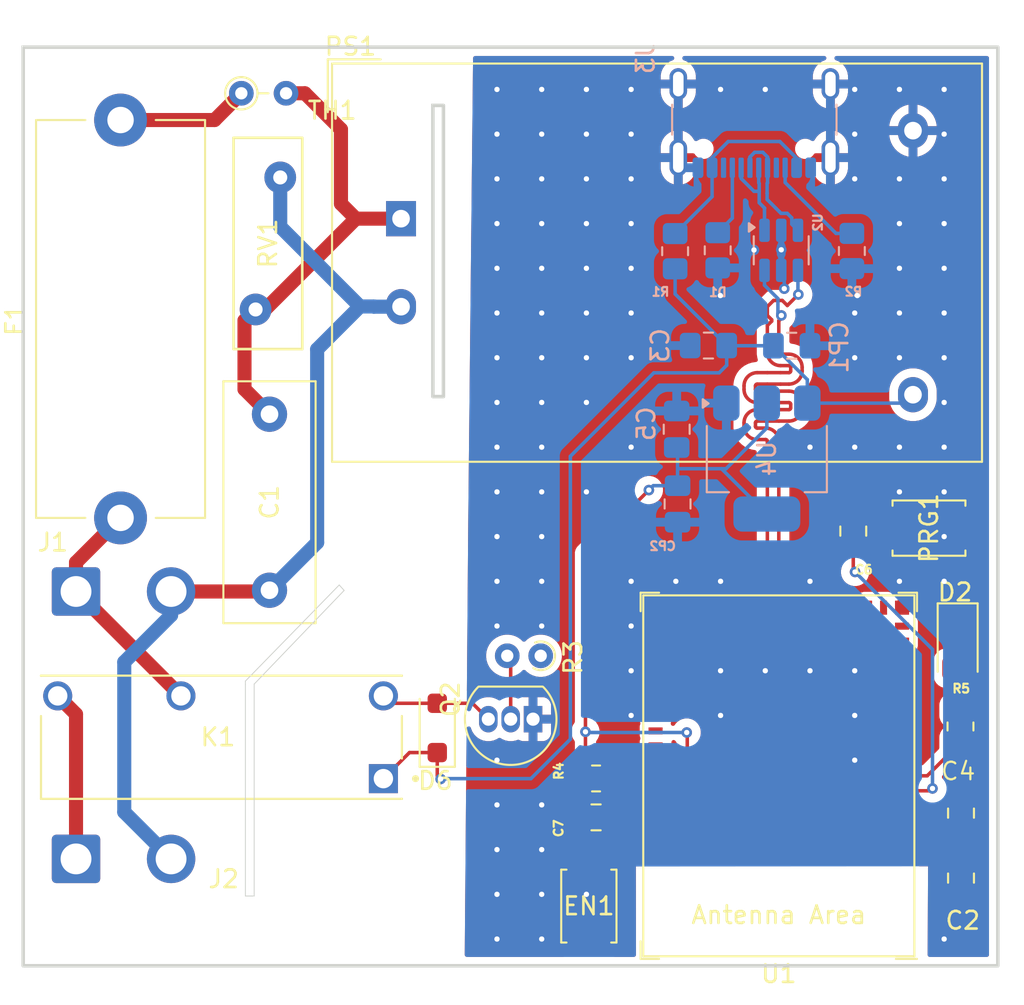
<source format=kicad_pcb>
(kicad_pcb (version 20241229) (generator "pcbnew") (generator_version "9.0")
  (layers (0 "F.Cu" signal) (2 "B.Cu" signal) (13 "F.Paste" user) (15 "B.Paste" user) (5 "F.SilkS" user "F.Silkscreen") (7 "B.SilkS" user "B.Silkscreen") (1 "F.Mask" user) (3 "B.Mask" user) (25 "Edge.Cuts" user))
  (net 0 "")
  (net 2 "GND")
  (net 3 "5V")
  (net 4 "3V3")
  (net 5 "Net-(F1-Pad2)")
  (net 7 "Net-(PS1-AC{slash}L)")
  (net 8 "Net-(D1-A)")
  (net 10 "Net-(J3-CC1)")
  (net 11 "Net-(J3-CC2)")
  (net 12 "/D-")
  (net 14 "/D+")
  (net 15 "/IO0")
  (net 23 "/EN")
  (net 31 "Net-(D2-A)")
  (net 47 "/IO1")
  (net 52 "/N")
  (net 53 "Net-(D6-A)")
  (net 54 "/P")
  (net 55 "L")
  (net 56 "Net-(Q2-B)")
  (net 57 "RL")
  (footprint "Fuse:Fuseholder_Cylinder-5x20mm_Stelvio-Kontek_PTF78_Horizontal_Open" (layer "F.Cu") (at 73.01 79.68 90)
    (property "Reference" "F1")
    (property "Value" "Fuse")
  )
  (footprint "Resistor_THT:R_Axial_DIN0204_L3.6mm_D1.6mm_P2.54mm_Vertical" (layer "F.Cu") (at 79.87 55.56)
    (property "Reference" "TH1")
    (property "Value" "Thermistor_NTC" (hide yes))
  )
  (footprint "Capacitor_SMD:C_0805_2012Metric" (layer "F.Cu") (at 100.02 96.69 180)
    (property "Reference" "C7")
    (property "Value" "C")
  )
  (footprint "Button_Switch_SMD:SW_Push_SPST_NO_Alps_SKRK" (layer "F.Cu") (at 118.93 80.26 180)
    (property "Reference" "PRG1")
    (property "Value" "SW_Push")
  )
  (footprint "Diode_SMD:D_SOD-123F" (layer "F.Cu") (at 91 91.61 90)
    (property "Reference" "D6")
    (property "Value" "1N4007")
  )
  (footprint "Resistor_THT:R_Axial_DIN0204_L3.6mm_D1.6mm_P1.90mm_Vertical" (layer "F.Cu") (at 96.875 87.5125 180)
    (property "Reference" "R3")
    (property "Value" "R")
  )
  (footprint "Connector_Wire:SolderWire-1sqmm_1x02_P5.4mm_D1.4mm_OD2.7mm" (layer "F.Cu") (at 70.48 99.05)
    (property "Reference" "J2")
    (property "Value" "Conn_01x02_Pin")
  )
  (footprint "Converter_ACDC:Converter_ACDC_Hi-Link_HLK-PMxx" (layer "F.Cu") (at 88.9425 62.6825)
    (property "Reference" "PS1")
    (property "Value" "HLK-PM01")
  )
  (footprint "Button_Switch_SMD:SW_Push_SPST_NO_Alps_SKRK" (layer "F.Cu") (at 99.61 101.73 90)
    (property "Reference" "EN1")
    (property "Value" "SW_Push")
  )
  (footprint "Capacitor_SMD:C_0805_2012Metric" (layer "F.Cu") (at 114.63 80.43 90)
    (property "Reference" "C6")
    (property "Value" "C")
  )
  (footprint "MountingHole:MountingHole_3.2mm_M3" (layer "F.Cu") (at 89.43 80.72)
    (property "Reference" "H1" (hide yes))
    (property "Value" "MountingHole")
  )
  (footprint "Capacitor_THT:C_Rect_L13.5mm_W5.0mm_P10.00mm_FKS3_FKP3_MKS4" (layer "F.Cu") (at 81.47 73.79 -90)
    (property "Reference" "C1")
    (property "Value" "C")
  )
  (footprint "mini-relay:RELAY_HF46F_005-HS1" (layer "F.Cu") (at 78.74 92.14 180)
    (property "Reference" "K1")
    (property "Value" "HF46F_005-HS1")
  )
  (footprint "Resistor_SMD:R_0805_2012Metric" (layer "F.Cu") (at 100.02 94.48 180)
    (property "Reference" "R4")
    (property "Value" "R")
  )
  (footprint "Varistor:RV_Disc_D12mm_W3.9mm_P7.5mm" (layer "F.Cu") (at 80.68 67.84 90)
    (property "Reference" "RV1")
    (property "Value" "Varistor")
  )
  (footprint "PCM_Espressif:ESP32-S3-MINI-1" (layer "F.Cu") (at 110.4 91.78 180)
    (property "Reference" "U1")
    (property "Value" "ESP32-S3-MINI-1")
  )
  (footprint "Capacitor_SMD:C_0805_2012Metric" (layer "F.Cu") (at 120.75 96.45 90)
    (property "Reference" "C4")
    (property "Value" "C")
  )
  (footprint "Resistor_SMD:R_0805_2012Metric" (layer "F.Cu") (at 120.72 91.5275 -90)
    (property "Reference" "R5")
    (property "Value" "R")
  )
  (footprint "Connector_Wire:SolderWire-1sqmm_1x02_P5.4mm_D1.4mm_OD2.7mm" (layer "F.Cu") (at 70.48 83.86)
    (property "Reference" "J1")
    (property "Value" "Conn_01x02_Pin")
  )
  (footprint "LED_SMD:LED_1206_3216Metric" (layer "F.Cu") (at 120.56 86.82 -90)
    (property "Reference" "D2")
    (property "Value" "LED")
  )
  (footprint "Capacitor_SMD:C_0805_2012Metric" (layer "F.Cu") (at 120.75 100.14 -90)
    (property "Reference" "C2")
    (property "Value" "C")
  )
  (footprint "Package_TO_SOT_THT:TO-92_Inline" (layer "F.Cu") (at 96.44 91.1125 180)
    (property "Reference" "Q2")
    (property "Value" "2N3904")
  )
  (footprint "Capacitor_SMD:C_0805_2012Metric_Pad1.18x1.45mm_HandSolder" (layer "B.Cu") (at 104.65 78.88625 -90)
    (property "Reference" "CP2")
    (property "Value" "10uf")
  )
  (footprint "Resistor_SMD:R_0805_2012Metric_Pad1.20x1.40mm_HandSolder" (layer "B.Cu") (at 106.93 64.48 -90)
    (property "Reference" "R1")
    (property "Value" "5.1k")
  )
  (footprint "Package_TO_SOT_SMD:SOT-223-3_TabPin2" (layer "B.Cu") (at 109.72 76.31 -90)
    (property "Reference" "U4")
    (property "Value" "AMS1117-3.3")
  )
  (footprint "Capacitor_SMD:C_0805_2012Metric_Pad1.18x1.45mm_HandSolder" (layer "B.Cu") (at 104.6 74.64375 -90)
    (property "Reference" "C5")
    (property "Value" "100nf")
  )
  (footprint "Capacitor_SMD:C_0805_2012Metric_Pad1.18x1.45mm_HandSolder" (layer "B.Cu") (at 111.1325 69.9)
    (property "Reference" "CP1")
    (property "Value" "10uf")
  )
  (footprint "Package_TO_SOT_SMD:SOT-23-6" (layer "B.Cu") (at 110.5375 64.48 -90)
    (property "Reference" "U2")
    (property "Value" "USBLC6-2SC6")
  )
  (footprint "Connector_USB:USB_C_Receptacle_GCT_USB4105-xx-A_16P_TopMnt_Horizontal" (layer "B.Cu") (at 109.01 56.11)
    (property "Reference" "J3")
    (property "Value" "USB_C_Receptacle_USB2.0_16P")
  )
  (footprint "Resistor_SMD:R_0805_2012Metric_Pad1.20x1.40mm_HandSolder" (layer "B.Cu") (at 104.51 64.53 90)
    (property "Reference" "D1")
    (property "Value" "D_Schottky")
  )
  (footprint "Capacitor_SMD:C_0805_2012Metric_Pad1.18x1.45mm_HandSolder" (layer "B.Cu") (at 106.4025 69.89)
    (property "Reference" "C3")
    (property "Value" "100nF")
  )
  (footprint "Resistor_SMD:R_0805_2012Metric_Pad1.20x1.40mm_HandSolder" (layer "B.Cu") (at 114.55 64.52 -90)
    (property "Reference" "R2")
    (property "Value" "5.1k")
  )
  (gr_line (start 85.43 83.49) (end 80.1 88.95) (stroke (width 0.05)) (layer "Edge.Cuts"))
  (gr_rect (start 67.48 52.94) (end 122.84 105.12) (stroke (width 0.2)) (fill no) (layer "Edge.Cuts"))
  (gr_line (start 80.1 101.16) (end 80.6 101.16) (stroke (width 0.05)) (layer "Edge.Cuts"))
  (gr_line (start 80.1 89.14) (end 80.1 101.16) (stroke (width 0.05)) (layer "Edge.Cuts"))
  (gr_rect (start 90.75 56.25) (end 91.35 72.79) (stroke (width 0.2)) (fill no) (layer "Edge.Cuts"))
  (gr_line (start 80.1 88.95) (end 80.1 89.14) (stroke (width 0.05)) (layer "Edge.Cuts"))
  (gr_line (start 85.71 83.8) (end 85.43 83.49) (stroke (width 0.05)) (layer "Edge.Cuts"))
  (gr_line (start 80.6 101.16) (end 80.6 89.12) (stroke (width 0.05)) (layer "Edge.Cuts"))
  (gr_line (start 80.6 89.12) (end 85.71 83.8) (stroke (width 0.05)) (layer "Edge.Cuts"))
  (segment (start 120.6 85.46) (end 120.56 85.42) (width 0.2) (layer "F.Cu") (net 2))
  (segment (start 120.32 101.52) (end 120.75 101.09) (width 0.2) (layer "F.Cu") (net 2))
  (segment (start 120.5 95.75) (end 120.75 95.5) (width 0.2) (layer "F.Cu") (net 2))
  (via (at 99.47175 70.58175) (size 0.6) (drill 0.3) (layers "F.Cu" "B.Cu") (net 2))
  (via (at 102.01175 85.82175) (size 0.6) (drill 0.3) (layers "F.Cu" "B.Cu") (net 2))
  (via (at 117.25175 65.50175) (size 0.6) (drill 0.3) (layers "F.Cu" "B.Cu") (net 2))
  (via (at 119.79175 73.12175) (size 0.6) (drill 0.3) (layers "F.Cu" "B.Cu") (net 2))
  (via (at 107.09175 88.36175) (size 0.6) (drill 0.3) (layers "F.Cu" "B.Cu") (net 2))
  (via (at 119.79175 83.28175) (size 0.6) (drill 0.3) (layers "F.Cu" "B.Cu") (net 2))
  (via (at 119.79175 57.88175) (size 0.6) (drill 0.3) (layers "F.Cu" "B.Cu") (net 2))
  (via (at 119.79175 103.60175) (size 0.6) (drill 0.3) (layers "F.Cu" "B.Cu") (net 2))
  (via (at 99.47175 78.20175) (size 0.6) (drill 0.3) (layers "F.Cu" "B.Cu") (net 2))
  (via (at 96.93175 85.82175) (size 0.6) (drill 0.3) (layers "F.Cu" "B.Cu") (net 2))
  (via (at 102.01175 75.66175) (size 0.6) (drill 0.3) (layers "F.Cu" "B.Cu") (net 2))
  (via (at 94.39175 65.50175) (size 0.6) (drill 0.3) (layers "F.Cu" "B.Cu") (net 2))
  (via (at 119.79175 78.20175) (size 0.6) (drill 0.3) (layers "F.Cu" "B.Cu") (net 2))
  (via (at 117.25175 62.96175) (size 0.6) (drill 0.3) (layers "F.Cu" "B.Cu") (net 2))
  (via (at 99.47175 65.50175) (size 0.6) (drill 0.3) (layers "F.Cu" "B.Cu") (net 2))
  (via (at 94.39175 57.88175) (size 0.6) (drill 0.3) (layers "F.Cu" "B.Cu") (net 2))
  (via (at 112.17175 83.28175) (size 0.6) (drill 0.3) (layers "F.Cu" "B.Cu") (net 2))
  (via (at 94.39175 80.74175) (size 0.6) (drill 0.3) (layers "F.Cu" "B.Cu") (net 2))
  (via (at 94.39175 98.52175) (size 0.6) (drill 0.3) (layers "F.Cu" "B.Cu") (net 2))
  (via (at 107.09175 90.90175) (size 0.6) (drill 0.3) (layers "F.Cu" "B.Cu") (net 2))
  (via (at 117.25175 75.66175) (size 0.6) (drill 0.3) (layers "F.Cu" "B.Cu") (net 2))
  (via (at 117.25175 70.58175) (size 0.6) (drill 0.3) (layers "F.Cu" "B.Cu") (net 2))
  (via (at 117.25175 83.28175) (size 0.6) (drill 0.3) (layers "F.Cu" "B.Cu") (net 2))
  (via (at 94.39175 85.82175) (size 0.6) (drill 0.3) (layers "F.Cu" "B.Cu") (net 2))
  (via (at 114.71175 70.58175) (size 0.6) (drill 0.3) (layers "F.Cu" "B.Cu") (net 2))
  (via (at 96.93175 70.58175) (size 0.6) (drill 0.3) (layers "F.Cu" "B.Cu") (net 2))
  (via (at 94.39175 60.42175) (size 0.6) (drill 0.3) (layers "F.Cu" "B.Cu") (net 2))
  (via (at 102.01175 57.88175) (size 0.6) (drill 0.3) (layers "F.Cu" "B.Cu") (net 2))
  (via (at 99.47175 68.04175) (size 0.6) (drill 0.3) (layers "F.Cu" "B.Cu") (net 2))
  (via (at 94.39175 55.34175) (size 0.6) (drill 0.3) (layers "F.Cu" "B.Cu") (net 2))
  (via (at 94.39175 75.66175) (size 0.6) (drill 0.3) (layers "F.Cu" "B.Cu") (net 2))
  (via (at 96.93175 78.20175) (size 0.6) (drill 0.3) (layers "F.Cu" "B.Cu") (net 2))
  (via (at 102.01175 62.96175) (size 0.6) (drill 0.3) (layers "F.Cu" "B.Cu") (net 2))
  (via (at 102.01175 88.36175) (size 0.6) (drill 0.3) (layers "F.Cu" "B.Cu") (net 2))
  (via (at 112.17175 75.66175) (size 0.6) (drill 0.3) (layers "F.Cu" "B.Cu") (net 2))
  (via (at 96.93175 60.42175) (size 0.6) (drill 0.3) (layers "F.Cu" "B.Cu") (net 2))
  (via (at 119.79175 70.58175) (size 0.6) (drill 0.3) (layers "F.Cu" "B.Cu") (net 2))
  (via (at 94.39175 101.06175) (size 0.6) (drill 0.3) (layers "F.Cu" "B.Cu") (net 2))
  (via (at 99.47175 101.06175) (size 0.6) (drill 0.3) (layers "F.Cu" "B.Cu") (net 2))
  (via (at 110.54 64.45) (size 0.6) (drill 0.3) (layers "F.Cu" "B.Cu") (net 2))
  (via (at 94.39175 68.04175) (size 0.6) (drill 0.3) (layers "F.Cu" "B.Cu") (net 2))
  (via (at 112.17175 88.36175) (size 0.6) (drill 0.3) (layers "F.Cu" "B.Cu") (net 2))
  (via (at 102.01175 83.28175) (size 0.6) (drill 0.3) (layers "F.Cu" "B.Cu") (net 2))
  (via (at 110.71 66.66) (size 0.6) (drill 0.3) (layers "F.Cu" "B.Cu") (net 2))
  (via (at 114.71175 88.36175) (size 0.6) (drill 0.3) (layers "F.Cu" "B.Cu") (net 2))
  (via (at 94.39175 83.28175) (size 0.6) (drill 0.3) (layers "F.Cu" "B.Cu") (net 2))
  (via (at 114.71175 75.66175) (size 0.6) (drill 0.3) (layers "F.Cu" "B.Cu") (net 2))
  (via (at 107.09175 83.28175) (size 0.6) (drill 0.3) (layers "F.Cu" "B.Cu") (net 2))
  (via (at 99.47175 60.42175) (size 0.6) (drill 0.3) (layers "F.Cu" "B.Cu") (net 2))
  (via (at 119.79175 62.96175) (size 0.6) (drill 0.3) (layers "F.Cu" "B.Cu") (net 2))
  (via (at 114.71175 57.88175) (size 0.6) (drill 0.3) (layers "F.Cu" "B.Cu") (net 2))
  (via (at 114.71175 60.42175) (size 0.6) (drill 0.3) (layers "F.Cu" "B.Cu") (net 2))
  (via (at 94.39175 95.98175) (size 0.6) (drill 0.3) (layers "F.Cu" "B.Cu") (net 2))
  (via (at 109.63175 88.36175) (size 0.6) (drill 0.3) (layers "F.Cu" "B.Cu") (net 2))
  (via (at 117.25175 60.42175) (size 0.6) (drill 0.3) (layers "F.Cu" "B.Cu") (net 2))
  (via (at 114.71175 90.90175) (size 0.6) (drill 0.3) (layers "F.Cu" "B.Cu") (net 2))
  (via (at 96.93175 65.50175) (size 0.6) (drill 0.3) (layers "F.Cu" "B.Cu") (net 2))
  (via (at 102.01175 90.90175) (size 0.6) (drill 0.3) (layers "F.Cu" "B.Cu") (net 2))
  (via (at 107.09175 55.34175) (size 0.6) (drill 0.3) (layers "F.Cu" "B.Cu") (net 2))
  (via (at 99.47175 73.12175) (size 0.6) (drill 0.3) (layers "F.Cu" "B.Cu") (net 2))
  (via (at 114.71175 68.04175) (size 0.6) (drill 0.3) (layers "F.Cu" "B.Cu") (net 2))
  (via (at 96.93175 75.66175) (size 0.6) (drill 0.3) (layers "F.Cu" "B.Cu") (net 2))
  (via (at 119.79175 80.74175) (size 0.6) (drill 0.3) (layers "F.Cu" "B.Cu") (net 2))
  (via (at 114.86 67.05) (size 0.6) (drill 0.3) (layers "F.Cu" "B.Cu") (net 2))
  (via (at 119.79175 68.04175) (size 0.6) (drill 0.3) (layers "F.Cu" "B.Cu") (net 2))
  (via (at 94.39175 78.20175) (size 0.6) (drill 0.3) (layers "F.Cu" "B.Cu") (net 2))
  (via (at 102.01175 68.04175) (size 0.6) (drill 0.3) (layers "F.Cu" "B.Cu") (net 2))
  (via (at 96.93175 68.04175) (size 0.6) (drill 0.3) (layers "F.Cu" "B.Cu") (net 2))
  (via (at 99.47175 62.96175) (size 0.6) (drill 0.3) (layers "F.Cu" "B.Cu") (net 2))
  (via (at 102.01175 70.58175) (size 0.6) (drill 0.3) (layers "F.Cu" "B.Cu") (net 2))
  (via (at 114.71175 55.34175) (size 0.6) (drill 0.3) (layers "F.Cu" "B.Cu") (net 2))
  (via (at 119.79175 75.66175) (size 0.6) (drill 0.3) (layers "F.Cu" "B.Cu") (net 2))
  (via (at 96.93175 101.06175) (size 0.6) (drill 0.3) (layers "F.Cu" "B.Cu") (net 2))
  (via (at 96.93175 73.12175) (size 0.6) (drill 0.3) (layers "F.Cu" "B.Cu") (net 2))
  (via (at 107.08 67.05) (size 0.6) (drill 0.3) (layers "F.Cu" "B.Cu") (net 2))
  (via (at 94.39175 62.96175) (size 0.6) (drill 0.3) (layers "F.Cu" "B.Cu") (net 2))
  (via (at 96.93175 103.60175) (size 0.6) (drill 0.3) (layers "F.Cu" "B.Cu") (net 2))
  (via (at 94.39175 103.60175) (size 0.6) (drill 0.3) (layers "F.Cu" "B.Cu") (net 2))
  (via (at 96.93175 57.88175) (size 0.6) (drill 0.3) (layers "F.Cu" "B.Cu") (net 2))
  (via (at 119.79175 65.50175) (size 0.6) (drill 0.3) (layers "F.Cu" "B.Cu") (net 2))
  (via (at 108.99 64.46) (size 0.6) (drill 0.3) (layers "F.Cu" "B.Cu") (net 2))
  (via (at 117.25175 68.04175) (size 0.6) (drill 0.3) (layers "F.Cu" "B.Cu") (net 2))
  (via (at 94.39175 70.58175) (size 0.6) (drill 0.3) (layers "F.Cu" "B.Cu") (net 2))
  (via (at 114.71175 93.44175) (size 0.6) (drill 0.3) (layers "F.Cu" "B.Cu") (net 2))
  (via (at 94.39175 73.12175) (size 0.6) (drill 0.3) (layers "F.Cu" "B.Cu") (net 2))
  (via (at 104.55175 83.28175) (size 0.6) (drill 0.3) (layers "F.Cu" "B.Cu") (net 2))
  (via (at 96.93175 98.52175) (size 0.6) (drill 0.3) (layers "F.Cu" "B.Cu") (net 2))
  (via (at 119.79175 55.34175) (size 0.6) (drill 0.3) (layers "F.Cu" "B.Cu") (net 2))
  (via (at 96.93175 62.96175) (size 0.6) (drill 0.3) (layers "F.Cu" "B.Cu") (net 2))
  (via (at 117.25175 78.20175) (size 0.6) (drill 0.3) (layers "F.Cu" "B.Cu") (net 2))
  (via (at 117.25175 55.34175) (size 0.6) (drill 0.3) (layers "F.Cu" "B.Cu") (net 2))
  (via (at 96.93175 83.28175) (size 0.6) (drill 0.3) (layers "F.Cu" "B.Cu") (net 2))
  (via (at 96.93175 55.34175) (size 0.6) (drill 0.3) (layers "F.Cu" "B.Cu") (net 2))
  (via (at 109.63175 55.34175) (size 0.6) (drill 0.3) (layers "F.Cu" "B.Cu") (net 2))
  (via (at 99.47175 57.88175) (size 0.6) (drill 0.3) (layers "F.Cu" "B.Cu") (net 2))
  (via (at 102.01175 55.34175) (size 0.6) (drill 0.3) (layers "F.Cu" "B.Cu") (net 2))
  (via (at 96.93175 80.74175) (size 0.6) (drill 0.3) (layers "F.Cu" "B.Cu") (net 2))
  (via (at 99.47175 55.34175) (size 0.6) (drill 0.3) (layers "F.Cu" "B.Cu") (net 2))
  (via (at 94.39175 93.44175) (size 0.6) (drill 0.3) (layers "F.Cu" "B.Cu") (net 2))
  (via (at 119.79175 60.42175) (size 0.6) (drill 0.3) (layers "F.Cu" "B.Cu") (net 2))
  (via (at 102.01175 65.50175) (size 0.6) (drill 0.3) (layers "F.Cu" "B.Cu") (net 2))
  (via (at 102.01175 60.42175) (size 0.6) (drill 0.3) (layers "F.Cu" "B.Cu") (net 2))
  (via (at 96.93175 95.98175) (size 0.6) (drill 0.3) (layers "F.Cu" "B.Cu") (net 2))
  (segment (start 110.5375 64.004999) (end 110.5375 63.3425) (width 0.2) (layer "B.Cu") (net 2))
  (segment (start 104.89 80.16375) (end 104.65 79.92375) (width 0.2) (layer "B.Cu") (net 2))
  (segment (start 110.71 66.66) (end 110.71 65.79) (width 0.2) (layer "B.Cu") (net 2))
  (segment (start 110.71 65.79) (end 110.5375 65.6175) (width 0.2) (layer "B.Cu") (net 2))
  (segment (start 112.35 59.93) (end 112.21 59.79) (width 0.2) (layer "B.Cu") (net 2))
  (segment (start 91 93.01) (end 91 94.32) (width 0.2) (layer "F.Cu") (net 3))
  (segment (start 87.94 94.49) (end 89.42 93.01) (width 0.2) (layer "F.Cu") (net 3))
  (segment (start 91 94.32) (end 91.19 94.51) (width 0.2) (layer "F.Cu") (net 3))
  (segment (start 89.42 93.01) (end 91 93.01) (width 0.2) (layer "F.Cu") (net 3))
  (via (at 91.19 94.51) (size 0.6) (drill 0.3) (layers "F.Cu" "B.Cu") (net 3))
  (segment (start 104.51 65.53) (end 104.51 66.96) (width 0.2) (layer "B.Cu") (net 3))
  (segment (start 98.56 76.18) (end 103.3 71.44) (width 0.2) (layer "B.Cu") (net 3))
  (segment (start 107.45 69.9) (end 107.44 69.89) (width 0.2) (layer "B.Cu") (net 3))
  (segment (start 117.545 73.16) (end 118.0225 72.6825) (width 0.2) (layer "B.Cu") (net 3))
  (segment (start 91.19 94.51) (end 91.21 94.49) (width 0.2) (layer "B.Cu") (net 3))
  (segment (start 103.3 71.44) (end 107.01 71.44) (width 0.2) (layer "B.Cu") (net 3))
  (segment (start 110.095 69.9) (end 107.45 69.9) (width 0.2) (layer "B.Cu") (net 3))
  (segment (start 107.01 71.44) (end 107.44 71.01) (width 0.2) (layer "B.Cu") (net 3))
  (segment (start 112.02 73.16) (end 117.545 73.16) (width 0.2) (layer "B.Cu") (net 3))
  (segment (start 107.44 71.01) (end 107.44 69.89) (width 0.2) (layer "B.Cu") (net 3))
  (segment (start 112.02 71.825) (end 110.095 69.9) (width 0.2) (layer "B.Cu") (net 3))
  (segment (start 96.32 94.49) (end 98.56 92.25) (width 0.2) (layer "B.Cu") (net 3))
  (segment (start 91.21 94.49) (end 96.32 94.49) (width 0.2) (layer "B.Cu") (net 3))
  (segment (start 98.56 92.25) (end 98.56 76.18) (width 0.2) (layer "B.Cu") (net 3))
  (segment (start 112.02 73.16) (end 112.02 71.825) (width 0.2) (layer "B.Cu") (net 3))
  (segment (start 104.51 66.96) (end 107.44 69.89) (width 0.2) (layer "B.Cu") (net 3))
  (segment (start 120.75 97.4) (end 119.38 96.03) (width 0.2) (layer "F.Cu") (net 4))
  (segment (start 99.4175 91.83) (end 99.4175 94.17) (width 0.2) (layer "F.Cu") (net 4))
  (segment (start 120.75 99.19) (end 120.75 97.4) (width 0.2) (layer "F.Cu") (net 4))
  (segment (start 105.17 91.87) (end 105.2 91.9) (width 0.2) (layer "F.Cu") (net 4))
  (segment (start 105.2 92.79) (end 108.44 96.03) (width 0.2) (layer "F.Cu") (net 4))
  (segment (start 108.44 96.03) (end 117.4 96.03) (width 0.2) (layer "F.Cu") (net 4))
  (segment (start 99.4175 94.17) (end 99.1075 94.48) (width 0.2) (layer "F.Cu") (net 4))
  (segment (start 119.38 96.03) (end 117.4 96.03) (width 0.2) (layer "F.Cu") (net 4))
  (segment (start 99.4175 91.83) (end 99.4175 81.7025) (width 0.2) (layer "F.Cu") (net 4))
  (segment (start 99.4175 81.7025) (end 103.02 78.1) (width 0.2) (layer "F.Cu") (net 4))
  (segment (start 105.2 91.9) (end 105.2 92.79) (width 0.2) (layer "F.Cu") (net 4))
  (via (at 105.17 91.87) (size 0.6) (drill 0.3) (layers "F.Cu" "B.Cu") (net 4))
  (via (at 99.4175 91.83) (size 0.6) (drill 0.3) (layers "F.Cu" "B.Cu") (net 4))
  (via (at 103.02 78.1) (size 0.6) (drill 0.3) (layers "F.Cu" "B.Cu") (net 4))
  (segment (start 104.65 77.84875) (end 103.27125 77.84875) (width 0.2) (layer "B.Cu") (net 4))
  (segment (start 109.72 74.57) (end 109.72 73.16) (width 0.2) (layer "B.Cu") (net 4))
  (segment (start 104.65 77.84875) (end 104.65 75.73125) (width 0.2) (layer "B.Cu") (net 4))
  (segment (start 103.27125 77.84875) (end 103.02 78.1) (width 0.2) (layer "B.Cu") (net 4))
  (segment (start 104.635 77.83375) (end 104.65 77.84875) (width 0.2) (layer "B.Cu") (net 4))
  (segment (start 105.17 91.87) (end 99.4575 91.87) (width 0.2) (layer "B.Cu") (net 4))
  (segment (start 99.4575 91.87) (end 99.4175 91.83) (width 0.2) (layer "B.Cu") (net 4))
  (segment (start 107.405 76.885) (end 109.72 74.57) (width 0.2) (layer "B.Cu") (net 4))
  (segment (start 104.65 75.73125) (end 104.6 75.68125) (width 0.2) (layer "B.Cu") (net 4))
  (segment (start 107.145 76.885) (end 107.405 76.885) (width 0.2) (layer "B.Cu") (net 4))
  (segment (start 107.145 76.885) (end 109.72 79.46) (width 0.2) (layer "B.Cu") (net 4))
  (segment (start 104.69 76.885) (end 107.145 76.885) (width 0.2) (layer "B.Cu") (net 4))
  (segment (start 73.01 57.08) (end 78.35 57.08) (width 0.8) (layer "F.Cu") (net 5))
  (segment (start 78.35 57.08) (end 79.87 55.56) (width 0.8) (layer "F.Cu") (net 5))
  (segment (start 85.53 57.61) (end 85.53 61.835) (width 0.8) (layer "F.Cu") (net 7))
  (segment (start 81.47 73.79) (end 80.05 72.37) (width 0.8) (layer "F.Cu") (net 7))
  (segment (start 83.48 55.56) (end 85.53 57.61) (width 0.8) (layer "F.Cu") (net 7))
  (segment (start 80.05 72.37) (end 80.05 68.47) (width 0.8) (layer "F.Cu") (net 7))
  (segment (start 85.53 61.835) (end 86.3775 62.6825) (width 0.8) (layer "F.Cu") (net 7))
  (segment (start 80.05 68.47) (end 80.68 67.84) (width 0.8) (layer "F.Cu") (net 7))
  (segment (start 86.3775 62.6825) (end 88.9425 62.6825) (width 0.8) (layer "F.Cu") (net 7))
  (segment (start 81.22 67.84) (end 86.3775 62.6825) (width 0.8) (layer "F.Cu") (net 7))
  (segment (start 80.68 67.84) (end 81.22 67.84) (width 0.8) (layer "F.Cu") (net 7))
  (segment (start 82.41 55.56) (end 83.48 55.56) (width 0.8) (layer "F.Cu") (net 7))
  (segment (start 106.61 61.43) (end 106.61 59.79) (width 0.2) (layer "B.Cu") (net 8))
  (segment (start 111.41 59.25) (end 111.41 59.79) (width 0.2) (layer "B.Cu") (net 8))
  (segment (start 110.46 58.3) (end 111.41 59.25) (width 0.2) (layer "B.Cu") (net 8))
  (segment (start 106.61 59.215001) (end 107.525001 58.3) (width 0.2) (layer "B.Cu") (net 8))
  (segment (start 104.51 63.53) (end 106.61 61.43) (width 0.2) (layer "B.Cu") (net 8))
  (segment (start 106.61 59.79) (end 106.61 59.215001) (width 0.2) (layer "B.Cu") (net 8))
  (segment (start 107.525001 58.3) (end 110.46 58.3) (width 0.2) (layer "B.Cu") (net 8))
  (segment (start 107.76 62.65) (end 107.76 59.79) (width 0.2) (layer "B.Cu") (net 10))
  (segment (start 106.93 63.48) (end 107.76 62.65) (width 0.2) (layer "B.Cu") (net 10))
  (segment (start 113.65 63.52) (end 110.76 60.63) (width 0.2) (layer "B.Cu") (net 11))
  (segment (start 110.76 60.63) (end 110.76 59.79) (width 0.2) (layer "B.Cu") (net 11))
  (segment (start 114.55 63.52) (end 113.65 63.52) (width 0.2) (layer "B.Cu") (net 11))
  (segment (start 109.75 72.4796) (end 109.175 72.4796) (width 0.2) (layer "F.Cu") (net 12))
  (segment (start 110.5 72.0796) (end 110.975 72.0796) (width 0.2) (layer "F.Cu") (net 12))
  (segment (start 111.725 73.4296) (end 111.725 73.2296) (width 0.2) (layer "F.Cu") (net 12))
  (segment (start 109.075 72.3796) (end 109.075 72.1796) (width 0.2) (layer "F.Cu") (net 12))
  (segment (start 111.725 71.3296) (end 111.725 71.1296) (width 0.2) (layer "F.Cu") (net 12))
  (segment (start 110.4 84.78) (end 110.4 75.3296) (width 0.2) (layer "F.Cu") (net 12))
  (segment (start 109.075 74.4796) (end 109.075 74.2796) (width 0.2) (layer "F.Cu") (net 12))
  (segment (start 110.4 70.2796) (end 110.4 70.0796) (width 0.2) (layer "F.Cu") (net 12))
  (segment (start 109.175 72.0796) (end 109.75 72.0796) (width 0.2) (layer "F.Cu") (net 12))
  (segment (start 109.75 72.0796) (end 110.5 72.0796) (width 0.2) (layer "F.Cu") (net 12))
  (segment (start 109.175 74.1796) (end 109.65 74.1796) (width 0.2) (layer "F.Cu") (net 12))
  (segment (start 110.4 70.0796) (end 110.4 68.483784) (width 0.2) (layer "F.Cu") (net 12))
  (segment (start 110.4 74.1796) (end 110.975 74.1796) (width 0.2) (layer "F.Cu") (net 12))
  (segment (start 109.65 74.5796) (end 109.175 74.5796) (width 0.2) (layer "F.Cu") (net 12))
  (segment (start 110.4 68.483784) (end 110.545089 68.338695) (width 0.2) (layer "F.Cu") (net 12))
  (segment (start 110.975 70.3796) (end 110.5 70.3796) (width 0.2) (layer "F.Cu") (net 12))
  (segment (start 110.975 72.4796) (end 110.4 72.4796) (width 0.2) (layer "F.Cu") (net 12))
  (segment (start 109.65 74.1796) (end 110.4 74.1796) (width 0.2) (layer "F.Cu") (net 12))
  (segment (start 110.545089 68.338695) (end 110.545089 68.180372) (width 0.2) (layer "F.Cu") (net 12))
  (segment (start 110.4 72.4796) (end 109.75 72.4796) (width 0.2) (layer "F.Cu") (net 12))
  (via (at 110.545089 68.180372) (size 0.6) (drill 0.3) (layers "F.Cu" "B.Cu") (net 12))
  (arc (start 110.5 70.3796) (mid 110.429289 70.350311) (end 110.4 70.2796) (width 0.2) (layer "F.Cu") (net 12))
  (arc (start 110.975 74.1796) (mid 111.50533 73.95993) (end 111.725 73.4296) (width 0.2) (layer "F.Cu") (net 12))
  (arc (start 109.075 72.1796) (mid 109.104289 72.108889) (end 109.175 72.0796) (width 0.2) (layer "F.Cu") (net 12))
  (arc (start 111.725 71.1296) (mid 111.50533 70.59927) (end 110.975 70.3796) (width 0.2) (layer "F.Cu") (net 12))
  (arc (start 110.4 75.3296) (mid 110.18033 74.79927) (end 109.65 74.5796) (width 0.2) (layer "F.Cu") (net 12))
  (arc (start 109.075 74.2796) (mid 109.104289 74.208889) (end 109.175 74.1796) (width 0.2) (layer "F.Cu") (net 12))
  (arc (start 110.975 72.0796) (mid 111.50533 71.85993) (end 111.725 71.3296) (width 0.2) (layer "F.Cu") (net 12))
  (arc (start 109.175 74.5796) (mid 109.104289 74.550311) (end 109.075 74.4796) (width 0.2) (layer "F.Cu") (net 12))
  (arc (start 111.725 73.2296) (mid 111.50533 72.69927) (end 110.975 72.4796) (width 0.2) (layer "F.Cu") (net 12))
  (arc (start 109.175 72.4796) (mid 109.104289 72.450311) (end 109.075 72.3796) (width 0.2) (layer "F.Cu") (net 12))
  (segment (start 110.545089 68.180372) (end 110.466118 68.180372) (width 0.2) (layer "B.Cu") (net 12))
  (segment (start 109.26 59.79) (end 109.26 60.652501) (width 0.2) (layer "B.Cu") (net 12))
  (segment (start 109.5875 62.078897) (end 109.5875 62.093079) (width 0.2) (layer "B.Cu") (net 12))
  (segment (start 109.5875 66.4625) (end 109.5875 65.6175) (width 0.2) (layer "B.Cu") (net 12))
  (segment (start 108.991176 61.13) (end 109.285 61.13) (width 0.2) (layer "B.Cu") (net 12))
  (segment (start 110.35 67.225) (end 109.5875 66.4625) (width 0.2) (layer "B.Cu") (net 12))
  (segment (start 109.285 60.677501) (end 109.285 61.13) (width 0.2) (layer "B.Cu") (net 12))
  (segment (start 109.5875 62.093079) (end 109.5875 63.3425) (width 0.2) (layer "B.Cu") (net 12))
  (segment (start 108.26 60.398824) (end 108.991176 61.13) (width 0.2) (layer "B.Cu") (net 12))
  (segment (start 109.285 61.637325) (end 109.285 61.776397) (width 0.2) (layer "B.Cu") (net 12))
  (segment (start 109.285 61.13) (end 109.285 61.637325) (width 0.2) (layer "B.Cu") (net 12))
  (segment (start 108.26 59.79) (end 108.26 60.398824) (width 0.2) (layer "B.Cu") (net 12))
  (segment (start 110.35 68.064254) (end 110.35 67.225) (width 0.2) (layer "B.Cu") (net 12))
  (segment (start 110.466118 68.180372) (end 110.35 68.064254) (width 0.2) (layer "B.Cu") (net 12))
  (segment (start 109.26 60.652501) (end 109.285 60.677501) (width 0.2) (layer "B.Cu") (net 12))
  (segment (start 109.285 61.776397) (end 109.5875 62.078897) (width 0.2) (layer "B.Cu") (net 12))
  (segment (start 109.75 68.75) (end 109.999 68.501) (width 0.2) (layer "F.Cu") (net 14))
  (segment (start 109.999 68.428943) (end 109.749 68.178943) (width 0.2) (layer "F.Cu") (net 14))
  (segment (start 110.5 71.4296) (end 110.975 71.4296) (width 0.2) (layer "F.Cu") (net 14))
  (segment (start 109.75 83.979999) (end 109.75 75.3296) (width 0.2) (layer "F.Cu") (net 14))
  (segment (start 108.425 74.4796) (end 108.425 74.2796) (width 0.2) (layer "F.Cu") (net 14))
  (segment (start 110.4 73.1296) (end 109.75 73.1296) (width 0.2) (layer "F.Cu") (net 14))
  (segment (start 109.999 68.501) (end 109.999 68.428943) (width 0.2) (layer "F.Cu") (net 14))
  (segment (start 111.075 71.3296) (end 111.075 71.1296) (width 0.2) (layer "F.Cu") (net 14))
  (segment (start 109.749 68.178943) (end 109.749 67.681057) (width 0.2) (layer "F.Cu") (net 14))
  (segment (start 109.749 67.681057) (end 110.101057 67.329) (width 0.2) (layer "F.Cu") (net 14))
  (segment (start 111.075 73.4296) (end 111.075 73.2296) (width 0.2) (layer "F.Cu") (net 14))
  (segment (start 109.55 84.179999) (end 109.75 83.979999) (width 0.2) (layer "F.Cu") (net 14))
  (segment (start 109.175 73.5296) (end 109.65 73.5296) (width 0.2) (layer "F.Cu") (net 14))
  (segment (start 109.65 73.5296) (end 110.4 73.5296) (width 0.2) (layer "F.Cu") (net 14))
  (segment (start 109.175 71.4296) (end 109.75 71.4296) (width 0.2) (layer "F.Cu") (net 14))
  (segment (start 108.425 72.3796) (end 108.425 72.1796) (width 0.2) (layer "F.Cu") (net 14))
  (segment (start 110.101057 67.329) (end 110.598943 67.329) (width 0.2) (layer "F.Cu") (net 14))
  (segment (start 110.598943 67.329) (end 110.884972 67.615028) (width 0.2) (layer "F.Cu") (net 14))
  (segment (start 109.55 84.78) (end 109.55 84.179999) (width 0.2) (layer "F.Cu") (net 14))
  (segment (start 109.75 73.1296) (end 109.175 73.1296) (width 0.2) (layer "F.Cu") (net 14))
  (segment (start 110.4 73.5296) (end 110.975 73.5296) (width 0.2) (layer "F.Cu") (net 14))
  (segment (start 109.65 75.2296) (end 109.175 75.2296) (width 0.2) (layer "F.Cu") (net 14))
  (segment (start 109.75 70.2796) (end 109.75 70.0796) (width 0.2) (layer "F.Cu") (net 14))
  (segment (start 110.975 73.1296) (end 110.4 73.1296) (width 0.2) (layer "F.Cu") (net 14))
  (segment (start 109.75 71.4296) (end 110.5 71.4296) (width 0.2) (layer "F.Cu") (net 14))
  (segment (start 109.75 70.0796) (end 109.75 68.75) (width 0.2) (layer "F.Cu") (net 14))
  (segment (start 110.975 71.0296) (end 110.5 71.0296) (width 0.2) (layer "F.Cu") (net 14))
  (segment (start 110.884972 67.615028) (end 111.51 66.99) (width 0.2) (layer "F.Cu") (net 14))
  (via (at 111.51 66.99) (size 0.6) (drill 0.3) (layers "F.Cu" "B.Cu") (net 14))
  (arc (start 110.975 71.4296) (mid 111.045711 71.400311) (end 111.075 71.3296) (width 0.2) (layer "F.Cu") (net 14))
  (arc (start 108.425 74.2796) (mid 108.64467 73.74927) (end 109.175 73.5296) (width 0.2) (layer "F.Cu") (net 14))
  (arc (start 109.175 75.2296) (mid 108.64467 75.00993) (end 108.425 74.4796) (width 0.2) (layer "F.Cu") (net 14))
  (arc (start 108.425 72.1796) (mid 108.64467 71.64927) (end 109.175 71.4296) (width 0.2) (layer "F.Cu") (net 14))
  (arc (start 110.5 71.0296) (mid 109.96967 70.80993) (end 109.75 70.2796) (width 0.2) (layer "F.Cu") (net 14))
  (arc (start 109.75 75.3296) (mid 109.720711 75.258889) (end 109.65 75.2296) (width 0.2) (layer "F.Cu") (net 14))
  (arc (start 111.075 71.1296) (mid 111.045711 71.058889) (end 110.975 71.0296) (width 0.2) (layer "F.Cu") (net 14))
  (arc (start 110.975 73.5296) (mid 111.045711 73.500311) (end 111.075 73.4296) (width 0.2) (layer "F.Cu") (net 14))
  (arc (start 109.175 73.1296) (mid 108.64467 72.90993) (end 108.425 72.3796) (width 0.2) (layer "F.Cu") (net 14))
  (arc (start 111.075 73.2296) (mid 111.045711 73.158889) (end 110.975 73.1296) (width 0.2) (layer "F.Cu") (net 14))
  (segment (start 109.027176 58.914) (end 109.492824 58.914) (width 0.2) (layer "B.Cu") (net 14))
  (segment (start 109.76 59.181176) (end 109.76 59.79) (width 0.2) (layer "B.Cu") (net 14))
  (segment (start 110.597812 62.38) (end 110.878052 62.38) (width 0.2) (layer "B.Cu") (net 14))
  (segment (start 110.878052 62.38) (end 111.1375 62.639448) (width 0.2) (layer "B.Cu") (net 14))
  (segment (start 109.987443 61.842443) (end 110.241954 62.096954) (width 0.2) (layer "B.Cu") (net 14))
  (segment (start 110.423913 62.278913) (end 110.525 62.38) (width 0.2) (layer "B.Cu") (net 14))
  (segment (start 109.76 60.652501) (end 109.735 60.677501) (width 0.2) (layer "B.Cu") (net 14))
  (segment (start 111.51 66.99) (end 111.51 66.78) (width 0.2) (layer "B.Cu") (net 14))
  (segment (start 109.735 61.234841) (end 109.735 61.24076) (width 0.2) (layer "B.Cu") (net 14))
  (segment (start 110.241954 62.096954) (end 110.423913 62.278913) (width 0.2) (layer "B.Cu") (net 14))
  (segment (start 111.203349 63.058349) (end 111.4875 63.3425) (width 0.2) (layer "B.Cu") (net 14))
  (segment (start 108.76 59.79) (end 108.76 59.181176) (width 0.2) (layer "B.Cu") (net 14))
  (segment (start 109.492824 58.914) (end 109.76 59.181176) (width 0.2) (layer "B.Cu") (net 14))
  (segment (start 109.735 61.59) (end 109.987443 61.842443) (width 0.2) (layer "B.Cu") (net 14))
  (segment (start 109.76 60.400278) (end 109.76 60.652501) (width 0.2) (layer "B.Cu") (net 14))
  (segment (start 108.76 59.181176) (end 109.027176 58.914) (width 0.2) (layer "B.Cu") (net 14))
  (segment (start 109.735 61.228922) (end 109.735 61.234841) (width 0.2) (layer "B.Cu") (net 14))
  (segment (start 109.735 61.24076) (end 109.735 61.59) (width 0.2) (layer "B.Cu") (net 14))
  (segment (start 111.51 66.78) (end 111.4875 66.7575) (width 0.2) (layer "B.Cu") (net 14))
  (segment (start 109.76 59.79) (end 109.76 60.400278) (width 0.2) (layer "B.Cu") (net 14))
  (segment (start 111.1375 62.9925) (end 111.203349 63.058349) (width 0.2) (layer "B.Cu") (net 14))
  (segment (start 111.1375 62.639448) (end 111.1375 62.9925) (width 0.2) (layer "B.Cu") (net 14))
  (segment (start 111.4875 66.7575) (end 111.4875 65.6175) (width 0.2) (layer "B.Cu") (net 14))
  (segment (start 110.525 62.38) (end 110.597812 62.38) (width 0.2) (layer "B.Cu") (net 14))
  (segment (start 109.735 60.677501) (end 109.735 61.228922) (width 0.2) (layer "B.Cu") (net 14))
  (segment (start 114.63 81.38) (end 114.63 82.65) (width 0.2) (layer "F.Cu") (net 15))
  (segment (start 115.65 81.44) (end 116.83 80.26) (width 0.2) (layer "F.Cu") (net 15))
  (segment (start 117.4 95.18) (end 119 95.18) (width 0.2) (layer "F.Cu") (net 15))
  (segment (start 119 95.18) (end 119.13 95.05) (width 0.2) (layer "F.Cu") (net 15))
  (segment (start 114.63 82.65) (end 114.73 82.75) (width 0.2) (layer "F.Cu") (net 15))
  (segment (start 114.63 81.38) (end 114.69 81.44) (width 0.2) (layer "F.Cu") (net 15))
  (segment (start 114.69 81.44) (end 115.65 81.44) (width 0.2) (layer "F.Cu") (net 15))
  (segment (start 114.34 81.67) (end 114.63 81.38) (width 0.2) (layer "F.Cu") (net 15))
  (via (at 114.73 82.75) (size 0.6) (drill 0.3) (layers "F.Cu" "B.Cu") (net 15))
  (via (at 119.13 95.05) (size 0.6) (drill 0.3) (layers "F.Cu" "B.Cu") (net 15))
  (segment (start 119.13 95.05) (end 119.13 95.06) (width 0.2) (layer "B.Cu") (net 15))
  (segment (start 114.73 82.75) (end 119.13 87.15) (width 0.2) (layer "B.Cu") (net 15))
  (segment (start 119.13 87.15) (end 119.13 95.05) (width 0.2) (layer "B.Cu") (net 15))
  (segment (start 100.905 98.725) (end 100.895 98.715) (width 0.2) (layer "F.Cu") (net 23))
  (segment (start 100.895 94.545) (end 100.91 94.53) (width 0.2) (layer "F.Cu") (net 23))
  (segment (start 99.61 99.63) (end 100 99.63) (width 0.2) (layer "F.Cu") (net 23))
  (segment (start 100.895 98.715) (end 100.895 94.545) (width 0.2) (layer "F.Cu") (net 23))
  (segment (start 100.97 96.69) (end 102.01 97.73) (width 0.2) (layer "F.Cu") (net 23))
  (segment (start 100 99.63) (end 100.905 98.725) (width 0.2) (layer "F.Cu") (net 23))
  (segment (start 102.01 97.73) (end 103.4 97.73) (width 0.2) (layer "F.Cu") (net 23))
  (segment (start 120.56 90.455) (end 120.72 90.615) (width 0.2) (layer "F.Cu") (net 31))
  (segment (start 120.56 88.22) (end 120.56 90.455) (width 0.2) (layer "F.Cu") (net 31))
  (segment (start 117.4 94.33) (end 118.83 94.33) (width 0.2) (layer "F.Cu") (net 47))
  (segment (start 118.83 94.33) (end 120.72 92.44) (width 0.2) (layer "F.Cu") (net 47))
  (segment (start 81.4 83.86) (end 81.47 83.79) (width 0.2) (layer "F.Cu") (net 52))
  (segment (start 75.88 83.86) (end 81.4 83.86) (width 0.8) (layer "F.Cu") (net 52))
  (segment (start 86.61 67.67) (end 84.1765 70.1035) (width 0.8) (layer "B.Cu") (net 52))
  (segment (start 84.1765 81.0835) (end 81.47 83.79) (width 0.8) (layer "B.Cu") (net 52))
  (segment (start 75.88 99.05) (end 73.22 96.39) (width 0.8) (layer "B.Cu") (net 52))
  (segment (start 82.08 63.14) (end 86.61 67.67) (width 0.8) (layer "B.Cu") (net 52))
  (segment (start 75.88 85.21) (end 75.88 83.86) (width 0.8) (layer "B.Cu") (net 52))
  (segment (start 87.385 67.67) (end 87.3975 67.6825) (width 0.8) (layer "B.Cu") (net 52))
  (segment (start 73.22 87.87) (end 75.88 85.21) (width 0.8) (layer "B.Cu") (net 52))
  (segment (start 87.3975 67.6825) (end 88.9425 67.6825) (width 0.8) (layer "B.Cu") (net 52))
  (segment (start 84.1765 70.1035) (end 84.1765 81.0835) (width 0.8) (layer "B.Cu") (net 52))
  (segment (start 86.61 67.67) (end 87.385 67.67) (width 0.8) (layer "B.Cu") (net 52))
  (segment (start 82.08 60.34) (end 82.08 63.14) (width 0.8) (layer "B.Cu") (net 52))
  (segment (start 73.22 96.39) (end 73.22 87.87) (width 0.8) (layer "B.Cu") (net 52))
  (segment (start 88.36 90.21) (end 87.94 89.79) (width 0.2) (layer "F.Cu") (net 53))
  (segment (start 91 90.21) (end 92.9975 90.21) (width 0.2) (layer "F.Cu") (net 53))
  (segment (start 92.9975 90.21) (end 93.9 91.1125) (width 0.2) (layer "F.Cu") (net 53))
  (segment (start 91 90.21) (end 88.36 90.21) (width 0.2) (layer "F.Cu") (net 53))
  (segment (start 70.48 83.86) (end 70.48 82.21) (width 0.8) (layer "F.Cu") (net 54))
  (segment (start 70.48 83.86) (end 70.51 83.86) (width 0.2) (layer "F.Cu") (net 54))
  (segment (start 70.51 83.86) (end 76.44 89.79) (width 0.8) (layer "F.Cu") (net 54))
  (segment (start 70.48 82.21) (end 73.01 79.68) (width 0.8) (layer "F.Cu") (net 54))
  (segment (start 70.48 99.05) (end 70.48 90.83) (width 0.8) (layer "F.Cu") (net 55))
  (segment (start 70.48 90.83) (end 69.44 89.79) (width 0.8) (layer "F.Cu") (net 55))
  (segment (start 95.17 87.7075) (end 94.975 87.5125) (width 0.2) (layer "F.Cu") (net 56))
  (segment (start 95.17 91.1125) (end 95.17 87.7075) (width 0.2) (layer "F.Cu") (net 56))
  (zone (net 2) (net_name "GND") (layers "F.Cu" "B.Cu") (connect_pads (clearance 0.5)) (min_thickness 0.25) (fill yes (thermal_gap 0.5) (thermal_bridge_width 0.5))
    (polygon (pts (xy 124.33 51.9) (xy 124.15 107.21) (xy 118.84 107.34) (xy 118.88 99.47) (xy 102.28 99.48) (xy 102.29 106.9) (xy 92.54 107.15) (xy 92.76361 79.523199) (xy 93.05 51.99)))
  )
)
</source>
